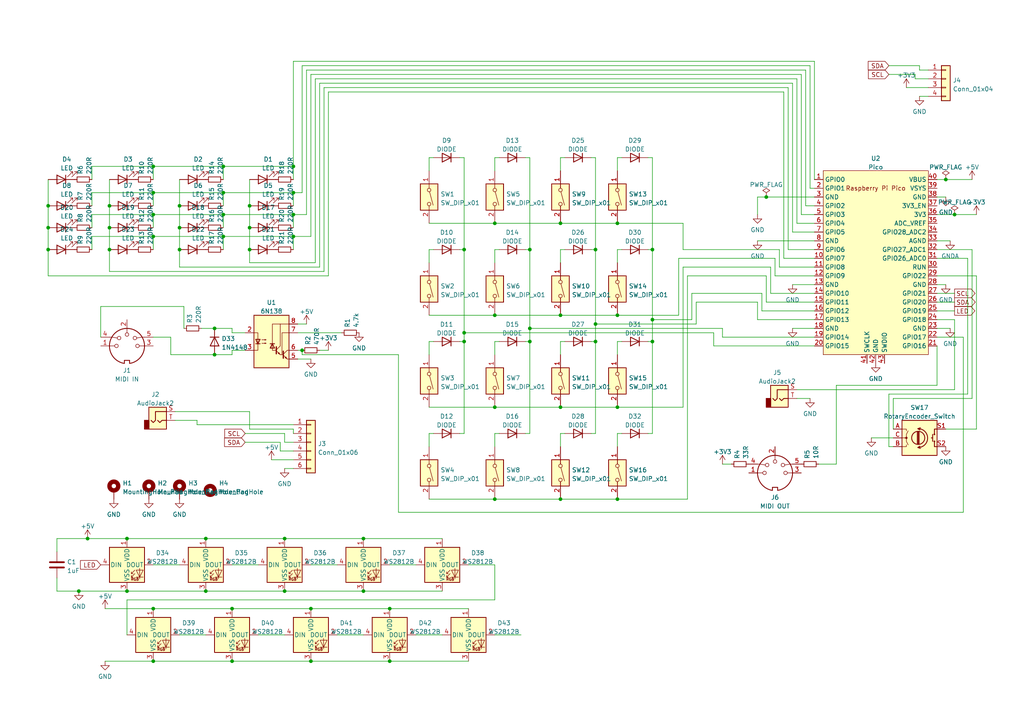
<source format=kicad_sch>
(kicad_sch (version 20211123) (generator eeschema)
  (paper "A4")
  (title_block (title "SEEQ Midi sequencer") (date "2023-02-09") (rev "${VERSION}") (company "Six Pixels"))
  (junction (at 13.97 59.69))
  (junction (at 44.45 191.77))
  (junction (at 85.09 62.23))
  (junction (at 90.17 191.77))
  (junction (at 105.41 171.45))
  (junction (at 13.97 72.39))
  (junction (at 162.56 91.44))
  (junction (at 87.63 101.6))
  (junction (at 85.09 55.88))
  (junction (at 134.62 72.39))
  (junction (at 72.39 72.39))
  (junction (at 134.62 96.52))
  (junction (at 179.07 144.78))
  (junction (at 31.75 66.04))
  (junction (at 31.75 72.39))
  (junction (at 82.55 156.21))
  (junction (at 44.45 68.58))
  (junction (at 44.45 62.23))
  (junction (at 274.32 52.07))
  (junction (at 189.23 72.39))
  (junction (at 25.4 156.21))
  (junction (at 105.41 156.21))
  (junction (at 143.51 64.77))
  (junction (at 82.55 171.45))
  (junction (at 189.23 92.71))
  (junction (at 67.31 176.53))
  (junction (at 179.07 91.44))
  (junction (at 72.39 59.69))
  (junction (at 36.83 156.21))
  (junction (at 172.72 93.98))
  (junction (at 172.72 99.06))
  (junction (at 222.25 57.15))
  (junction (at 59.69 171.45))
  (junction (at 22.86 171.45))
  (junction (at 153.67 99.06))
  (junction (at 52.07 72.39))
  (junction (at 62.23 102.87))
  (junction (at 162.56 118.11))
  (junction (at 64.77 68.58))
  (junction (at 90.17 176.53))
  (junction (at 67.31 191.77))
  (junction (at 179.07 64.77))
  (junction (at 153.67 95.25))
  (junction (at 276.86 62.23))
  (junction (at 113.03 191.77))
  (junction (at 64.77 55.88))
  (junction (at 44.45 55.88))
  (junction (at 143.51 144.78))
  (junction (at 113.03 176.53))
  (junction (at 13.97 66.04))
  (junction (at 143.51 118.11))
  (junction (at 143.51 91.44))
  (junction (at 52.07 66.04))
  (junction (at 59.69 156.21))
  (junction (at 162.56 144.78))
  (junction (at 153.67 72.39))
  (junction (at 62.23 95.25))
  (junction (at 179.07 118.11))
  (junction (at 85.09 48.26))
  (junction (at 64.77 48.26))
  (junction (at 44.45 48.26))
  (junction (at 134.62 99.06))
  (junction (at 172.72 72.39))
  (junction (at 85.09 68.58))
  (junction (at 31.75 59.69))
  (junction (at 72.39 66.04))
  (junction (at 189.23 99.06))
  (junction (at 36.83 171.45))
  (junction (at 44.45 176.53))
  (junction (at 52.07 59.69))
  (junction (at 162.56 64.77))
  (junction (at 64.77 62.23))
  (wire (pts (xy 85.09 123.19) (xy 57.15 123.19)))
  (wire (pts (xy 143.51 91.44) (xy 162.56 91.44)))
  (wire (pts (xy 196.85 91.44) (xy 179.07 91.44)))
  (wire (pts (xy 44.45 62.23) (xy 44.45 66.04)))
  (wire (pts (xy 26.67 48.26) (xy 44.45 48.26)))
  (wire (pts (xy 269.24 22.86) (xy 265.43 22.86)))
  (wire (pts (xy 120.65 184.15) (xy 128.27 184.15)))
  (wire (pts (xy 143.51 45.72) (xy 143.51 49.53)))
  (wire (pts (xy 93.98 25.4) (xy 93.98 78.74)))
  (wire (pts (xy 274.32 52.07) (xy 281.94 52.07)))
  (wire (pts (xy 134.62 45.72) (xy 134.62 72.39)))
  (wire (pts (xy 64.77 48.26) (xy 64.77 52.07)))
  (wire (pts (xy 257.81 129.54) (xy 257.81 114.3)))
  (wire (pts (xy 86.36 93.98) (xy 88.9 93.98)))
  (wire (pts (xy 162.56 118.11) (xy 179.07 118.11)))
  (wire (pts (xy 207.01 96.52) (xy 134.62 96.52)))
  (wire (pts (xy 52.07 77.47) (xy 52.07 72.39)))
  (wire (pts (xy 269.24 20.32) (xy 266.7 20.32)))
  (wire (pts (xy 143.51 144.78) (xy 162.56 144.78)))
  (wire (pts (xy 30.48 176.53) (xy 44.45 176.53)))
  (wire (pts (xy 232.41 21.59) (xy 232.41 62.23)))
  (wire (pts (xy 67.31 163.83) (xy 74.93 163.83)))
  (wire (pts (xy 236.22 90.17) (xy 220.98 90.17)))
  (wire (pts (xy 257.81 19.05) (xy 266.7 19.05)))
  (wire (pts (xy 85.09 55.88) (xy 87.63 55.88)))
  (wire (pts (xy 223.52 85.09) (xy 223.52 77.47)))
  (wire (pts (xy 82.55 125.73) (xy 71.12 125.73)))
  (wire (pts (xy 236.22 69.85) (xy 219.71 69.85)))
  (wire (pts (xy 67.31 176.53) (xy 90.17 176.53)))
  (wire (pts (xy 223.52 77.47) (xy 198.12 77.47)))
  (wire (pts (xy 16.51 160.02) (xy 16.51 156.21)))
  (wire (pts (xy 64.77 55.88) (xy 85.09 55.88)))
  (wire (pts (xy 49.53 102.87) (xy 49.53 97.79)))
  (wire (pts (xy 271.78 57.15) (xy 274.32 57.15)))
  (wire (pts (xy 133.35 72.39) (xy 134.62 72.39)))
  (wire (pts (xy 236.22 54.61) (xy 234.95 54.61)))
  (wire (pts (xy 242.57 111.76) (xy 242.57 134.62)))
  (wire (pts (xy 259.08 124.46) (xy 259.08 115.57)))
  (wire (pts (xy 113.03 163.83) (xy 120.65 163.83)))
  (wire (pts (xy 115.57 102.87) (xy 115.57 148.59)))
  (wire (pts (xy 74.93 184.15) (xy 82.55 184.15)))
  (wire (pts (xy 162.56 125.73) (xy 163.83 125.73)))
  (wire (pts (xy 162.56 45.72) (xy 162.56 49.53)))
  (wire (pts (xy 236.22 64.77) (xy 231.14 64.77)))
  (wire (pts (xy 64.77 62.23) (xy 64.77 66.04)))
  (wire (pts (xy 226.06 72.39) (xy 198.12 72.39)))
  (wire (pts (xy 236.22 17.78) (xy 236.22 52.07)))
  (wire (pts (xy 143.51 125.73) (xy 143.51 129.54)))
  (wire (pts (xy 231.14 113.03) (xy 276.86 113.03)))
  (wire (pts (xy 143.51 173.99) (xy 36.83 173.99)))
  (wire (pts (xy 85.09 125.73) (xy 85.09 124.46)))
  (wire (pts (xy 236.22 97.79) (xy 209.55 97.79)))
  (wire (pts (xy 86.36 96.52) (xy 99.06 96.52)))
  (wire (pts (xy 52.07 66.04) (xy 52.07 72.39)))
  (wire (pts (xy 226.06 77.47) (xy 226.06 72.39)))
  (wire (pts (xy 85.09 68.58) (xy 90.17 68.58)))
  (wire (pts (xy 49.53 97.79) (xy 44.45 97.79)))
  (wire (pts (xy 53.34 95.25) (xy 53.34 88.9)))
  (wire (pts (xy 26.67 55.88) (xy 44.45 55.88)))
  (wire (pts (xy 143.51 64.77) (xy 162.56 64.77)))
  (wire (pts (xy 187.96 125.73) (xy 189.23 125.73)))
  (wire (pts (xy 31.75 66.04) (xy 31.75 72.39)))
  (wire (pts (xy 87.63 19.05) (xy 87.63 55.88)))
  (wire (pts (xy 227.33 26.67) (xy 227.33 74.93)))
  (wire (pts (xy 88.9 20.32) (xy 233.68 20.32)))
  (wire (pts (xy 201.93 87.63) (xy 201.93 93.98)))
  (wire (pts (xy 283.21 80.01) (xy 271.78 80.01)))
  (wire (pts (xy 26.67 48.26) (xy 26.67 52.07)))
  (wire (pts (xy 172.72 99.06) (xy 172.72 125.73)))
  (wire (pts (xy 262.89 25.4) (xy 269.24 25.4)))
  (wire (pts (xy 229.87 82.55) (xy 236.22 82.55)))
  (wire (pts (xy 179.07 99.06) (xy 180.34 99.06)))
  (wire (pts (xy 143.51 99.06) (xy 143.51 102.87)))
  (wire (pts (xy 86.36 104.14) (xy 90.17 104.14)))
  (wire (pts (xy 198.12 118.11) (xy 179.07 118.11)))
  (wire (pts (xy 26.67 62.23) (xy 44.45 62.23)))
  (wire (pts (xy 92.71 101.6) (xy 95.25 101.6)))
  (wire (pts (xy 283.21 124.46) (xy 283.21 80.01)))
  (wire (pts (xy 87.63 102.87) (xy 115.57 102.87)))
  (wire (pts (xy 124.46 118.11) (xy 143.51 118.11)))
  (wire (pts (xy 271.78 62.23) (xy 276.86 62.23)))
  (wire (pts (xy 143.51 72.39) (xy 144.78 72.39)))
  (wire (pts (xy 31.75 59.69) (xy 31.75 66.04)))
  (wire (pts (xy 227.33 26.67) (xy 95.25 26.67)))
  (wire (pts (xy 231.14 22.86) (xy 91.44 22.86)))
  (wire (pts (xy 179.07 99.06) (xy 179.07 102.87)))
  (wire (pts (xy 124.46 91.44) (xy 143.51 91.44)))
  (wire (pts (xy 179.07 45.72) (xy 180.34 45.72)))
  (wire (pts (xy 105.41 156.21) (xy 128.27 156.21)))
  (wire (pts (xy 189.23 92.71) (xy 189.23 99.06)))
  (wire (pts (xy 236.22 77.47) (xy 226.06 77.47)))
  (wire (pts (xy 13.97 66.04) (xy 13.97 72.39)))
  (wire (pts (xy 162.56 64.77) (xy 179.07 64.77)))
  (wire (pts (xy 229.87 24.13) (xy 92.71 24.13)))
  (wire (pts (xy 281.94 72.39) (xy 281.94 115.57)))
  (wire (pts (xy 52.07 52.07) (xy 52.07 59.69)))
  (wire (pts (xy 44.45 68.58) (xy 64.77 68.58)))
  (wire (pts (xy 124.46 72.39) (xy 124.46 76.2)))
  (wire (pts (xy 78.74 133.35) (xy 85.09 133.35)))
  (wire (pts (xy 85.09 128.27) (xy 82.55 128.27)))
  (wire (pts (xy 259.08 129.54) (xy 257.81 129.54)))
  (wire (pts (xy 13.97 59.69) (xy 13.97 66.04)))
  (wire (pts (xy 280.67 74.93) (xy 280.67 114.3)))
  (wire (pts (xy 95.25 26.67) (xy 95.25 80.01)))
  (wire (pts (xy 81.28 130.81) (xy 81.28 128.27)))
  (wire (pts (xy 44.45 48.26) (xy 64.77 48.26)))
  (wire (pts (xy 26.67 68.58) (xy 44.45 68.58)))
  (wire (pts (xy 209.55 97.79) (xy 209.55 95.25)))
  (wire (pts (xy 162.56 99.06) (xy 163.83 99.06)))
  (wire (pts (xy 171.45 72.39) (xy 172.72 72.39)))
  (wire (pts (xy 59.69 156.21) (xy 82.55 156.21)))
  (wire (pts (xy 72.39 59.69) (xy 72.39 66.04)))
  (wire (pts (xy 259.08 115.57) (xy 281.94 115.57)))
  (wire (pts (xy 87.63 101.6) (xy 87.63 102.87)))
  (wire (pts (xy 162.56 91.44) (xy 179.07 91.44)))
  (wire (pts (xy 16.51 167.64) (xy 16.51 171.45)))
  (wire (pts (xy 71.12 101.6) (xy 67.31 101.6)))
  (wire (pts (xy 44.45 191.77) (xy 67.31 191.77)))
  (wire (pts (xy 271.78 87.63) (xy 276.86 87.63)))
  (wire (pts (xy 152.4 99.06) (xy 153.67 99.06)))
  (wire (pts (xy 271.78 52.07) (xy 274.32 52.07)))
  (wire (pts (xy 26.67 55.88) (xy 26.67 59.69)))
  (wire (pts (xy 162.56 72.39) (xy 163.83 72.39)))
  (wire (pts (xy 222.25 87.63) (xy 222.25 80.01)))
  (wire (pts (xy 64.77 68.58) (xy 85.09 68.58)))
  (wire (pts (xy 229.87 95.25) (xy 236.22 95.25)))
  (wire (pts (xy 124.46 45.72) (xy 124.46 49.53)))
  (wire (pts (xy 67.31 191.77) (xy 90.17 191.77)))
  (wire (pts (xy 36.83 156.21) (xy 59.69 156.21)))
  (wire (pts (xy 133.35 125.73) (xy 134.62 125.73)))
  (wire (pts (xy 271.78 90.17) (xy 276.86 90.17)))
  (wire (pts (xy 162.56 144.78) (xy 179.07 144.78)))
  (wire (pts (xy 67.31 101.6) (xy 67.31 102.87)))
  (wire (pts (xy 236.22 72.39) (xy 228.6 72.39)))
  (wire (pts (xy 276.86 92.71) (xy 271.78 92.71)))
  (wire (pts (xy 44.45 55.88) (xy 64.77 55.88)))
  (wire (pts (xy 280.67 74.93) (xy 271.78 74.93)))
  (wire (pts (xy 13.97 52.07) (xy 13.97 59.69)))
  (wire (pts (xy 236.22 100.33) (xy 207.01 100.33)))
  (wire (pts (xy 86.36 101.6) (xy 87.63 101.6)))
  (wire (pts (xy 91.44 76.2) (xy 72.39 76.2)))
  (wire (pts (xy 44.45 48.26) (xy 44.45 52.07)))
  (wire (pts (xy 153.67 95.25) (xy 209.55 95.25)))
  (wire (pts (xy 198.12 64.77) (xy 179.07 64.77)))
  (wire (pts (xy 26.67 62.23) (xy 26.67 66.04)))
  (wire (pts (xy 44.45 176.53) (xy 67.31 176.53)))
  (wire (pts (xy 72.39 124.46) (xy 72.39 119.38)))
  (wire (pts (xy 115.57 148.59) (xy 279.4 148.59)))
  (wire (pts (xy 31.75 78.74) (xy 31.75 72.39)))
  (wire (pts (xy 72.39 66.04) (xy 72.39 72.39)))
  (wire (pts (xy 179.07 72.39) (xy 179.07 76.2)))
  (wire (pts (xy 90.17 191.77) (xy 113.03 191.77)))
  (wire (pts (xy 31.75 52.07) (xy 31.75 59.69)))
  (wire (pts (xy 220.98 85.09) (xy 200.66 85.09)))
  (wire (pts (xy 67.31 102.87) (xy 62.23 102.87)))
  (wire (pts (xy 82.55 156.21) (xy 105.41 156.21)))
  (wire (pts (xy 85.09 130.81) (xy 81.28 130.81)))
  (wire (pts (xy 85.09 17.78) (xy 85.09 48.26)))
  (wire (pts (xy 236.22 67.31) (xy 229.87 67.31)))
  (wire (pts (xy 179.07 125.73) (xy 179.07 129.54)))
  (wire (pts (xy 257.81 114.3) (xy 280.67 114.3)))
  (wire (pts (xy 67.31 95.25) (xy 62.23 95.25)))
  (wire (pts (xy 52.07 184.15) (xy 59.69 184.15)))
  (wire (pts (xy 134.62 96.52) (xy 134.62 99.06)))
  (wire (pts (xy 143.51 184.15) (xy 151.13 184.15)))
  (wire (pts (xy 153.67 95.25) (xy 153.67 99.06)))
  (wire (pts (xy 236.22 59.69) (xy 233.68 59.69)))
  (wire (pts (xy 196.85 74.93) (xy 196.85 91.44)))
  (wire (pts (xy 90.17 163.83) (xy 97.79 163.83)))
  (wire (pts (xy 276.86 113.03) (xy 276.86 92.71)))
  (wire (pts (xy 124.46 72.39) (xy 125.73 72.39)))
  (wire (pts (xy 189.23 99.06) (xy 189.23 125.73)))
  (wire (pts (xy 95.25 80.01) (xy 13.97 80.01)))
  (wire (pts (xy 153.67 99.06) (xy 153.67 125.73)))
  (wire (pts (xy 31.75 78.74) (xy 93.98 78.74)))
  (wire (pts (xy 172.72 45.72) (xy 172.72 72.39)))
  (wire (pts (xy 124.46 99.06) (xy 124.46 102.87)))
  (wire (pts (xy 266.7 20.32) (xy 266.7 19.05)))
  (wire (pts (xy 200.66 85.09) (xy 200.66 92.71)))
  (wire (pts (xy 36.83 173.99) (xy 36.83 184.15)))
  (wire (pts (xy 234.95 54.61) (xy 234.95 19.05)))
  (wire (pts (xy 228.6 25.4) (xy 93.98 25.4)))
  (wire (pts (xy 276.86 62.23) (xy 283.21 62.23)))
  (wire (pts (xy 171.45 45.72) (xy 172.72 45.72)))
  (wire (pts (xy 271.78 82.55) (xy 274.32 82.55)))
  (wire (pts (xy 67.31 96.52) (xy 67.31 95.25)))
  (wire (pts (xy 30.48 191.77) (xy 44.45 191.77)))
  (wire (pts (xy 279.4 97.79) (xy 271.78 97.79)))
  (wire (pts (xy 152.4 125.73) (xy 153.67 125.73)))
  (wire (pts (xy 234.95 19.05) (xy 87.63 19.05)))
  (wire (pts (xy 162.56 125.73) (xy 162.56 129.54)))
  (wire (pts (xy 71.12 96.52) (xy 67.31 96.52)))
  (wire (pts (xy 172.72 93.98) (xy 172.72 99.06)))
  (wire (pts (xy 219.71 57.15) (xy 219.71 62.23)))
  (wire (pts (xy 81.28 128.27) (xy 71.12 128.27)))
  (wire (pts (xy 97.79 184.15) (xy 105.41 184.15)))
  (wire (pts (xy 124.46 64.77) (xy 143.51 64.77)))
  (wire (pts (xy 236.22 80.01) (xy 224.79 80.01)))
  (wire (pts (xy 82.55 171.45) (xy 105.41 171.45)))
  (wire (pts (xy 266.7 27.94) (xy 269.24 27.94)))
  (wire (pts (xy 162.56 72.39) (xy 162.56 76.2)))
  (wire (pts (xy 236.22 74.93) (xy 227.33 74.93)))
  (wire (pts (xy 72.39 52.07) (xy 72.39 59.69)))
  (wire (pts (xy 82.55 128.27) (xy 82.55 125.73)))
  (wire (pts (xy 274.32 124.46) (xy 283.21 124.46)))
  (wire (pts (xy 64.77 62.23) (xy 85.09 62.23)))
  (wire (pts (xy 58.42 95.25) (xy 62.23 95.25)))
  (wire (pts (xy 220.98 90.17) (xy 220.98 85.09)))
  (wire (pts (xy 236.22 17.78) (xy 85.09 17.78)))
  (wire (pts (xy 85.09 48.26) (xy 85.09 52.07)))
  (wire (pts (xy 271.78 95.25) (xy 275.59 95.25)))
  (wire (pts (xy 233.68 20.32) (xy 233.68 59.69)))
  (wire (pts (xy 198.12 72.39) (xy 198.12 64.77)))
  (wire (pts (xy 179.07 45.72) (xy 179.07 49.53)))
  (wire (pts (xy 64.77 68.58) (xy 64.77 72.39)))
  (wire (pts (xy 236.22 57.15) (xy 222.25 57.15)))
  (wire (pts (xy 189.23 72.39) (xy 189.23 92.71)))
  (wire (pts (xy 143.51 72.39) (xy 143.51 76.2)))
  (wire (pts (xy 198.12 77.47) (xy 198.12 118.11)))
  (wire (pts (xy 242.57 134.62) (xy 237.49 134.62)))
  (wire (pts (xy 57.15 121.92) (xy 50.8 121.92)))
  (wire (pts (xy 44.45 68.58) (xy 44.45 72.39)))
  (wire (pts (xy 53.34 88.9) (xy 29.21 88.9)))
  (wire (pts (xy 44.45 55.88) (xy 44.45 59.69)))
  (wire (pts (xy 171.45 125.73) (xy 172.72 125.73)))
  (wire (pts (xy 105.41 171.45) (xy 128.27 171.45)))
  (wire (pts (xy 29.21 88.9) (xy 29.21 97.79)))
  (wire (pts (xy 265.43 22.86) (xy 265.43 21.59)))
  (wire (pts (xy 85.09 55.88) (xy 85.09 59.69)))
  (wire (pts (xy 232.41 21.59) (xy 90.17 21.59)))
  (wire (pts (xy 124.46 45.72) (xy 125.73 45.72)))
  (wire (pts (xy 153.67 72.39) (xy 153.67 95.25)))
  (wire (pts (xy 229.87 24.13) (xy 229.87 67.31)))
  (wire (pts (xy 236.22 87.63) (xy 222.25 87.63)))
  (wire (pts (xy 124.46 125.73) (xy 125.73 125.73)))
  (wire (pts (xy 85.09 62.23) (xy 85.09 66.04)))
  (wire (pts (xy 135.89 163.83) (xy 143.51 163.83)))
  (wire (pts (xy 236.22 85.09) (xy 223.52 85.09)))
  (wire (pts (xy 162.56 45.72) (xy 163.83 45.72)))
  (wire (pts (xy 64.77 55.88) (xy 64.77 59.69)))
  (wire (pts (xy 189.23 92.71) (xy 200.66 92.71)))
  (wire (pts (xy 224.79 80.01) (xy 224.79 74.93)))
  (wire (pts (xy 231.14 22.86) (xy 231.14 64.77)))
  (wire (pts (xy 228.6 25.4) (xy 228.6 72.39)))
  (wire (pts (xy 143.51 45.72) (xy 144.78 45.72)))
  (wire (pts (xy 224.79 74.93) (xy 196.85 74.93)))
  (wire (pts (xy 113.03 176.53) (xy 135.89 176.53)))
  (wire (pts (xy 72.39 76.2) (xy 72.39 72.39)))
  (wire (pts (xy 207.01 100.33) (xy 207.01 96.52)))
  (wire (pts (xy 279.4 97.79) (xy 279.4 148.59)))
  (wire (pts (xy 113.03 191.77) (xy 135.89 191.77)))
  (wire (pts (xy 124.46 125.73) (xy 124.46 129.54)))
  (wire (pts (xy 90.17 176.53) (xy 113.03 176.53)))
  (wire (pts (xy 52.07 59.69) (xy 52.07 66.04)))
  (wire (pts (xy 236.22 62.23) (xy 232.41 62.23)))
  (wire (pts (xy 64.77 48.26) (xy 85.09 48.26)))
  (wire (pts (xy 44.45 163.83) (xy 52.07 163.83)))
  (wire (pts (xy 124.46 144.78) (xy 143.51 144.78)))
  (wire (pts (xy 59.69 171.45) (xy 82.55 171.45)))
  (wire (pts (xy 209.55 134.62) (xy 212.09 134.62)))
  (wire (pts (xy 236.22 92.71) (xy 219.71 92.71)))
  (wire (pts (xy 57.15 123.19) (xy 57.15 121.92)))
  (wire (pts (xy 134.62 72.39) (xy 134.62 96.52)))
  (wire (pts (xy 162.56 99.06) (xy 162.56 102.87)))
  (wire (pts (xy 271.78 85.09) (xy 276.86 85.09)))
  (wire (pts (xy 179.07 72.39) (xy 180.34 72.39)))
  (wire (pts (xy 85.09 62.23) (xy 88.9 62.23)))
  (wire (pts (xy 13.97 80.01) (xy 13.97 72.39)))
  (wire (pts (xy 153.67 45.72) (xy 153.67 72.39)))
  (wire (pts (xy 199.39 144.78) (xy 179.07 144.78)))
  (wire (pts (xy 265.43 21.59) (xy 257.81 21.59)))
  (wire (pts (xy 124.46 99.06) (xy 125.73 99.06)))
  (wire (pts (xy 219.71 87.63) (xy 201.93 87.63)))
  (wire (pts (xy 134.62 99.06) (xy 134.62 125.73)))
  (wire (pts (xy 189.23 45.72) (xy 189.23 72.39)))
  (wire (pts (xy 133.35 99.06) (xy 134.62 99.06)))
  (wire (pts (xy 271.78 69.85) (xy 275.59 69.85)))
  (wire (pts (xy 90.17 21.59) (xy 90.17 68.58)))
  (wire (pts (xy 222.25 80.01) (xy 199.39 80.01)))
  (wire (pts (xy 172.72 72.39) (xy 172.72 93.98)))
  (wire (pts (xy 62.23 102.87) (xy 49.53 102.87)))
  (wire (pts (xy 187.96 99.06) (xy 189.23 99.06)))
  (wire (pts (xy 92.71 24.13) (xy 92.71 77.47)))
  (wire (pts (xy 16.51 156.21) (xy 25.4 156.21)))
  (wire (pts (xy 143.51 163.83) (xy 143.51 173.99)))
  (wire (pts (xy 222.25 57.15) (xy 219.71 57.15)))
  (wire (pts (xy 199.39 80.01) (xy 199.39 144.78)))
  (wire (pts (xy 143.51 118.11) (xy 162.56 118.11)))
  (wire (pts (xy 143.51 99.06) (xy 144.78 99.06)))
  (wire (pts (xy 271.78 111.76) (xy 242.57 111.76)))
  (wire (pts (xy 271.78 100.33) (xy 271.78 111.76)))
  (wire (pts (xy 179.07 125.73) (xy 180.34 125.73)))
  (wire (pts (xy 92.71 77.47) (xy 52.07 77.47)))
  (wire (pts (xy 133.35 45.72) (xy 134.62 45.72)))
  (wire (pts (xy 36.83 171.45) (xy 59.69 171.45)))
  (wire (pts (xy 152.4 72.39) (xy 153.67 72.39)))
  (wire (pts (xy 26.67 68.58) (xy 26.67 72.39)))
  (wire (pts (xy 187.96 45.72) (xy 189.23 45.72)))
  (wire (pts (xy 172.72 93.98) (xy 201.93 93.98)))
  (wire (pts (xy 219.71 92.71) (xy 219.71 87.63)))
  (wire (pts (xy 85.09 68.58) (xy 85.09 72.39)))
  (wire (pts (xy 16.51 171.45) (xy 22.86 171.45)))
  (wire (pts (xy 231.14 115.57) (xy 234.95 115.57)))
  (wire (pts (xy 281.94 72.39) (xy 271.78 72.39)))
  (wire (pts (xy 91.44 22.86) (xy 91.44 76.2)))
  (wire (pts (xy 171.45 99.06) (xy 172.72 99.06)))
  (wire (pts (xy 44.45 62.23) (xy 64.77 62.23)))
  (wire (pts (xy 88.9 20.32) (xy 88.9 62.23)))
  (wire (pts (xy 82.55 135.89) (xy 85.09 135.89)))
  (wire (pts (xy 72.39 119.38) (xy 50.8 119.38)))
  (wire (pts (xy 143.51 125.73) (xy 144.78 125.73)))
  (wire (pts (xy 187.96 72.39) (xy 189.23 72.39)))
  (wire (pts (xy 85.09 124.46) (xy 72.39 124.46)))
  (wire (pts (xy 152.4 45.72) (xy 153.67 45.72)))
  (wire (pts (xy 25.4 156.21) (xy 36.83 156.21)))
  (wire (pts (xy 22.86 171.45) (xy 36.83 171.45)))
  (wire (pts (xy 252.73 127) (xy 259.08 127)))
  (global_label "SCL" (shape input) (at 257.81 21.59 180) (property "Intersheet References" "${INTERSHEET_REFS}" (effects hide)))
  (global_label "SDA" (shape input) (at 71.12 128.27 180) (property "Intersheet References" "${INTERSHEET_REFS}" (effects hide)))
  (global_label "SCL" (shape input) (at 71.12 125.73 180) (property "Intersheet References" "${INTERSHEET_REFS}" (effects hide)))
  (global_label "SCL" (shape output) (at 276.86 85.09 0) (property "Intersheet References" "${INTERSHEET_REFS}" (effects hide)))
  (global_label "LED" (shape output) (at 276.86 90.17 0) (property "Intersheet References" "${INTERSHEET_REFS}" (effects hide)))
  (global_label "SDA" (shape input) (at 257.81 19.05 180) (property "Intersheet References" "${INTERSHEET_REFS}" (effects hide)))
  (global_label "LED" (shape input) (at 29.21 163.83 180) (property "Intersheet References" "${INTERSHEET_REFS}" (effects hide)))
  (global_label "SDA" (shape output) (at 276.86 87.63 0) (property "Intersheet References" "${INTERSHEET_REFS}" (effects hide)))
  (symbol (lib_id "Device:R_Small") (at 82.55 59.69 90) (unit 1)
    (property "Reference" "R19" (at 81.7153 58.1914 0) (effects (justify left)))
    (property "Value" "220R" (at 84.2522 58.1914 0) (effects (justify left)))
    (property "Footprint" "Resistor_THT:R_Axial_DIN0207_L6.3mm_D2.5mm_P10.16mm_Horizontal" (effects hide))
  )
  (symbol (lib_id "Diode:1N4148") (at 184.15 45.72 180) (unit 1)
    (property "Reference" "D29" (at 184.15 40.7502 0))
    (property "Value" "DIODE" (at 184.15 43.2871 0))
    (property "Footprint" "Diode_THT:D_DO-35_SOD27_P7.62mm_Horizontal" (effects hide))
    (property "Datasheet" "https://assets.nexperia.com/documents/data-sheet/1N4148_1N4448.pdf" (effects hide))
  )
  (symbol (lib_id "Device:R_Small") (at 234.95 134.62 90) (unit 1)
    (property "Reference" "R5" (at 234.1153 133.1214 0) (effects (justify left)))
    (property "Value" "10R" (at 236.6522 133.1214 0) (effects (justify left)))
    (property "Footprint" "Resistor_THT:R_Axial_DIN0207_L6.3mm_D2.5mm_P10.16mm_Horizontal" (effects hide))
  )
  (symbol (lib_id "power:GND") (at 254 105.41 0) (unit 1)
    (property "Reference" "#PWR0139" (effects hide))
    (property "Value" "GND" (at 254 109.8534 0))
  )
  (symbol (lib_id "Device:LED") (at 55.88 59.69 180) (unit 1)
    (property "Reference" "D6" (at 57.4675 53.8312 0))
    (property "Value" "LED" (at 57.4675 56.3681 0))
    (property "Footprint" "LED_THT:LED_D5.0mm" (effects hide))
  )
  (symbol (lib_id "LED:WS2812B") (at 105.41 163.83 0) (unit 1)
    (property "Reference" "D37" (at 115.7159 160.3716 0))
    (property "Value" "WS2812B" (at 115.7159 162.9085 0))
    (property "Footprint" "LED_SMD:LED_WS2812B_PLCC4_5.0x5.0mm_P3.2mm" (effects hide))
    (property "Datasheet" "https://cdn-shop.adafruit.com/datasheets/WS2812B.pdf" (effects hide))
  )
  (symbol (lib_id "Device:C") (at 16.51 163.83 0) (unit 1)
    (property "Reference" "C1" (at 19.431 162.9953 0) (effects (justify left)))
    (property "Value" "1uF" (at 19.431 165.5322 0) (effects (justify left)))
    (property "Footprint" "Capacitor_THT:C_Disc_D5.0mm_W2.5mm_P5.00mm" (effects hide))
  )
  (symbol (lib_id "LED:WS2812B") (at 67.31 184.15 0) (unit 1)
    (property "Reference" "D40" (at 77.6159 180.6916 0))
    (property "Value" "WS2812B" (at 77.6159 183.2285 0))
    (property "Footprint" "LED_SMD:LED_WS2812B_PLCC4_5.0x5.0mm_P3.2mm" (effects hide))
    (property "Datasheet" "https://cdn-shop.adafruit.com/datasheets/WS2812B.pdf" (effects hide))
  )
  (symbol (lib_id "Diode:1N4148") (at 129.54 72.39 180) (unit 1)
    (property "Reference" "D10" (at 129.54 67.4202 0))
    (property "Value" "DIODE" (at 129.54 69.9571 0))
    (property "Footprint" "Diode_THT:D_DO-35_SOD27_P7.62mm_Horizontal" (effects hide))
    (property "Datasheet" "https://assets.nexperia.com/documents/data-sheet/1N4148_1N4448.pdf" (effects hide))
  )
  (symbol (lib_id "Device:LED") (at 35.56 66.04 180) (unit 1)
    (property "Reference" "D19" (at 37.1475 60.1812 0))
    (property "Value" "LED" (at 37.1475 62.7181 0))
    (property "Footprint" "LED_THT:LED_D5.0mm" (effects hide))
  )
  (symbol (lib_id "power:GND") (at 219.71 62.23 0) (unit 1)
    (property "Reference" "#PWR0102" (effects hide))
    (property "Value" "GND" (at 219.71 66.6734 0))
  )
  (symbol (lib_id "Diode:1N4148") (at 148.59 99.06 180) (unit 1)
    (property "Reference" "D15" (at 148.59 94.0902 0))
    (property "Value" "DIODE" (at 148.59 96.6271 0))
    (property "Footprint" "Diode_THT:D_DO-35_SOD27_P7.62mm_Horizontal" (effects hide))
    (property "Datasheet" "https://assets.nexperia.com/documents/data-sheet/1N4148_1N4448.pdf" (effects hide))
  )
  (symbol (lib_id "Diode:1N4148") (at 167.64 45.72 180) (unit 1)
    (property "Reference" "D25" (at 167.64 40.7502 0))
    (property "Value" "DIODE" (at 167.64 43.2871 0))
    (property "Footprint" "Diode_THT:D_DO-35_SOD27_P7.62mm_Horizontal" (effects hide))
    (property "Datasheet" "https://assets.nexperia.com/documents/data-sheet/1N4148_1N4448.pdf" (effects hide))
  )
  (symbol (lib_id "power:PWR_FLAG") (at 276.86 62.23 0) (unit 1)
    (property "Reference" "#FLG0102" (effects hide))
    (property "Value" "PWR_FLAG" (at 276.86 58.6542 0))
  )
  (symbol (lib_id "power:GND") (at 252.73 127 0) (unit 1)
    (property "Reference" "#PWR0109" (effects hide))
    (property "Value" "GND" (at 252.73 131.4434 0))
  )
  (symbol (lib_id "Connector_Generic:Conn_01x04") (at 274.32 22.86 0) (unit 1)
    (property "Reference" "J4" (at 276.352 23.2953 0) (effects (justify left)))
    (property "Value" "Conn_01x04" (at 276.352 25.8322 0) (effects (justify left)))
    (property "Footprint" "Connector_PinSocket_2.54mm:PinSocket_1x04_P2.54mm_Vertical" (effects hide))
  )
  (symbol (lib_id "power:+5V") (at 78.74 133.35 0) (unit 1)
    (property "Reference" "#PWR0120" (effects hide))
    (property "Value" "+5V" (at 78.74 129.7742 0))
  )
  (symbol (lib_id "power:GND") (at 30.48 191.77 0) (unit 1)
    (property "Reference" "#PWR0125" (effects hide))
    (property "Value" "GND" (at 30.48 196.2134 0))
  )
  (symbol (lib_id "Diode:1N4148") (at 184.15 125.73 180) (unit 1)
    (property "Reference" "D32" (at 184.15 120.7602 0))
    (property "Value" "DIODE" (at 184.15 123.2971 0))
    (property "Footprint" "Diode_THT:D_DO-35_SOD27_P7.62mm_Horizontal" (effects hide))
    (property "Datasheet" "https://assets.nexperia.com/documents/data-sheet/1N4148_1N4448.pdf" (effects hide))
  )
  (symbol (lib_id "Device:R_Small") (at 24.13 52.07 90) (unit 1)
    (property "Reference" "R6" (at 23.2953 50.5714 0) (effects (justify left)))
    (property "Value" "220R" (at 25.8322 50.5714 0) (effects (justify left)))
    (property "Footprint" "Resistor_THT:R_Axial_DIN0207_L6.3mm_D2.5mm_P10.16mm_Horizontal" (effects hide))
  )
  (symbol (lib_id "Mechanical:MountingHole_Pad") (at 43.18 142.24 0) (unit 1)
    (property "Reference" "H2" (at 45.72 140.1353 0) (effects (justify left)))
    (property "Value" "MountingHole_Pad" (at 45.72 142.6722 0) (effects (justify left)))
    (property "Footprint" "MountingHole:MountingHole_3.2mm_M3_Pad" (effects hide))
  )
  (symbol (lib_id "power:GND") (at 266.7 27.94 0) (unit 1)
    (property "Reference" "#PWR0118" (effects hide))
    (property "Value" "GND" (at 266.7 32.3834 0))
  )
  (symbol (lib_id "Device:R_Small") (at 214.63 134.62 90) (unit 1)
    (property "Reference" "R4" (at 213.7953 133.1214 0) (effects (justify left)))
    (property "Value" "33R" (at 216.3322 133.1214 0) (effects (justify left)))
    (property "Footprint" "Resistor_THT:R_Axial_DIN0207_L6.3mm_D2.5mm_P10.16mm_Horizontal" (effects hide))
  )
  (symbol (lib_id "power:GND") (at 43.18 144.78 0) (unit 1)
    (property "Reference" "#PWR0137" (effects hide))
    (property "Value" "GND" (at 43.18 149.2234 0))
  )
  (symbol (lib_id "power:+5V") (at 88.9 93.98 0) (unit 1)
    (property "Reference" "#PWR0113" (effects hide))
    (property "Value" "+5V" (at 88.9 90.4042 0))
  )
  (symbol (lib_id "Device:R_Small") (at 62.23 72.39 90) (unit 1)
    (property "Reference" "R17" (at 61.3953 70.8914 0) (effects (justify left)))
    (property "Value" "220R" (at 63.9322 70.8914 0) (effects (justify left)))
    (property "Footprint" "Resistor_THT:R_Axial_DIN0207_L6.3mm_D2.5mm_P10.16mm_Horizontal" (effects hide))
  )
  (symbol (lib_id "power:GND") (at 274.32 129.54 0) (unit 1)
    (property "Reference" "#PWR0108" (effects hide))
    (property "Value" "GND" (at 274.32 133.9834 0))
  )
  (symbol (lib_id "LED:WS2812B") (at 59.69 163.83 0) (unit 1)
    (property "Reference" "D35" (at 69.9959 160.3716 0))
    (property "Value" "WS2812B" (at 69.9959 162.9085 0))
    (property "Footprint" "LED_SMD:LED_WS2812B_PLCC4_5.0x5.0mm_P3.2mm" (effects hide))
    (property "Datasheet" "https://cdn-shop.adafruit.com/datasheets/WS2812B.pdf" (effects hide))
  )
  (symbol (lib_id "Device:R_Small") (at 101.6 96.52 90) (unit 1)
    (property "Reference" "R1" (at 100.7653 95.0214 0) (effects (justify left)))
    (property "Value" "4.7k" (at 103.3022 95.0214 0) (effects (justify left)))
    (property "Footprint" "Resistor_THT:R_Axial_DIN0207_L6.3mm_D2.5mm_P10.16mm_Horizontal" (effects hide))
  )
  (symbol (lib_id "power:GND") (at 274.32 82.55 0) (unit 1)
    (property "Reference" "#PWR0106" (effects hide))
    (property "Value" "GND" (at 274.32 86.9934 0))
  )
  (symbol (lib_id "Diode:1N4148") (at 148.59 72.39 180) (unit 1)
    (property "Reference" "D14" (at 148.59 67.4202 0))
    (property "Value" "DIODE" (at 148.59 69.9571 0))
    (property "Footprint" "Diode_THT:D_DO-35_SOD27_P7.62mm_Horizontal" (effects hide))
    (property "Datasheet" "https://assets.nexperia.com/documents/data-sheet/1N4148_1N4448.pdf" (effects hide))
  )
  (symbol (lib_id "Diode:1N4148") (at 129.54 125.73 180) (unit 1)
    (property "Reference" "D12" (at 129.54 120.7602 0))
    (property "Value" "DIODE" (at 129.54 123.2971 0))
    (property "Footprint" "Diode_THT:D_DO-35_SOD27_P7.62mm_Horizontal" (effects hide))
    (property "Datasheet" "https://assets.nexperia.com/documents/data-sheet/1N4148_1N4448.pdf" (effects hide))
  )
  (symbol (lib_id "Switch:SW_DIP_x01") (at 124.46 110.49 270) (unit 1)
    (property "Reference" "SW3" (at 127.762 109.6553 90) (effects (justify left)))
    (property "Value" "SW_DIP_x01" (at 127.762 112.1922 90) (effects (justify left)))
    (property "Footprint" "Switch_Keyboard_Cherry_MX:SW_Cherry_MX_PCB_1.00u" (effects hide))
  )
  (symbol (lib_id "Device:LED") (at 35.56 59.69 180) (unit 1)
    (property "Reference" "D7" (at 37.1475 53.8312 0))
    (property "Value" "LED" (at 37.1475 56.3681 0))
    (property "Footprint" "LED_THT:LED_D5.0mm" (effects hide))
  )
  (symbol (lib_id "LED:WS2812B") (at 44.45 184.15 0) (unit 1)
    (property "Reference" "D39" (at 54.7559 180.6916 0))
    (property "Value" "WS2812B" (at 54.7559 183.2285 0))
    (property "Footprint" "LED_SMD:LED_WS2812B_PLCC4_5.0x5.0mm_P3.2mm" (effects hide))
    (property "Datasheet" "https://cdn-shop.adafruit.com/datasheets/WS2812B.pdf" (effects hide))
  )
  (symbol (lib_id "Device:LED") (at 17.78 59.69 180) (unit 1)
    (property "Reference" "D8" (at 19.3675 53.8312 0))
    (property "Value" "LED" (at 19.3675 56.3681 0))
    (property "Footprint" "LED_THT:LED_D5.0mm" (effects hide))
  )
  (symbol (lib_id "Device:LED") (at 76.2 66.04 180) (unit 1)
    (property "Reference" "D17" (at 77.7875 60.1812 0))
    (property "Value" "LED" (at 77.7875 62.7181 0))
    (property "Footprint" "LED_THT:LED_D5.0mm" (effects hide))
  )
  (symbol (lib_id "power:+3V3") (at 262.89 25.4 0) (unit 1)
    (property "Reference" "#PWR0117" (effects hide))
    (property "Value" "+3V3" (at 262.89 21.8242 0))
  )
  (symbol (lib_id "Device:R_Small") (at 82.55 72.39 90) (unit 1)
    (property "Reference" "R21" (at 81.7153 70.8914 0) (effects (justify left)))
    (property "Value" "220R" (at 84.2522 70.8914 0) (effects (justify left)))
    (property "Footprint" "Resistor_THT:R_Axial_DIN0207_L6.3mm_D2.5mm_P10.16mm_Horizontal" (effects hide))
  )
  (symbol (lib_id "Diode:1N4148") (at 129.54 99.06 180) (unit 1)
    (property "Reference" "D11" (at 129.54 94.0902 0))
    (property "Value" "DIODE" (at 129.54 96.6271 0))
    (property "Footprint" "Diode_THT:D_DO-35_SOD27_P7.62mm_Horizontal" (effects hide))
    (property "Datasheet" "https://assets.nexperia.com/documents/data-sheet/1N4148_1N4448.pdf" (effects hide))
  )
  (symbol (lib_id "power:GND") (at 52.07 144.78 0) (unit 1)
    (property "Reference" "#PWR0136" (effects hide))
    (property "Value" "GND" (at 52.07 149.2234 0))
  )
  (symbol (lib_id "Device:R_Small") (at 41.91 59.69 90) (unit 1)
    (property "Reference" "R11" (at 41.0753 58.1914 0) (effects (justify left)))
    (property "Value" "220R" (at 43.6122 58.1914 0) (effects (justify left)))
    (property "Footprint" "Resistor_THT:R_Axial_DIN0207_L6.3mm_D2.5mm_P10.16mm_Horizontal" (effects hide))
  )
  (symbol (lib_id "Switch:SW_DIP_x01") (at 124.46 83.82 270) (unit 1)
    (property "Reference" "SW2" (at 127.762 82.9853 90) (effects (justify left)))
    (property "Value" "SW_DIP_x01" (at 127.762 85.5222 90) (effects (justify left)))
    (property "Footprint" "Switch_Keyboard_Cherry_MX:SW_Cherry_MX_PCB_1.00u" (effects hide))
  )
  (symbol (lib_id "power:+5V") (at 281.94 52.07 0) (unit 1)
    (property "Reference" "#PWR0114" (effects hide))
    (property "Value" "+5V" (at 281.94 48.4942 0))
  )
  (symbol (lib_id "Device:R_Small") (at 41.91 72.39 90) (unit 1)
    (property "Reference" "R13" (at 41.0753 70.8914 0) (effects (justify left)))
    (property "Value" "220R" (at 43.6122 70.8914 0) (effects (justify left)))
    (property "Footprint" "Resistor_THT:R_Axial_DIN0207_L6.3mm_D2.5mm_P10.16mm_Horizontal" (effects hide))
  )
  (symbol (lib_id "MCU_RaspberryPi_and_Boards:Pico") (at 254 76.2 0) (unit 1)
    (property "Reference" "U2" (at 254 45.9572 0))
    (property "Value" "Pico" (at 254 48.4941 0))
    (property "Footprint" "MCU_RaspberryPi_and_Boards:RPi_Pico_SMD_TH" (effects hide))
  )
  (symbol (lib_id "Device:RotaryEncoder_Switch") (at 266.7 127 0) (unit 1)
    (property "Reference" "SW17" (at 266.7 118.2202 0))
    (property "Value" "RotaryEncoder_Switch" (at 266.7 120.7571 0))
    (property "Footprint" "Rotary_Encoder:RotaryEncoder_Alps_EC11E-Switch_Vertical_H20mm" (effects hide))
  )
  (symbol (lib_id "Device:R_Small") (at 82.55 52.07 90) (unit 1)
    (property "Reference" "R18" (at 81.7153 50.5714 0) (effects (justify left)))
    (property "Value" "220R" (at 84.2522 50.5714 0) (effects (justify left)))
    (property "Footprint" "Resistor_THT:R_Axial_DIN0207_L6.3mm_D2.5mm_P10.16mm_Horizontal" (effects hide))
  )
  (symbol (lib_id "Connector:DIN-5_180degree") (at 36.83 100.33 0) (unit 1)
    (property "Reference" "J1" (at 36.8301 107.4404 0))
    (property "Value" "MIDI IN" (at 36.8301 109.9773 0))
    (property "Footprint" "w_conn_av:din-5" (effects hide))
    (property "Datasheet" "http://www.mouser.com/ds/2/18/40_c091_abd_e-75918.pdf" (effects hide))
  )
  (symbol (lib_id "Switch:SW_DIP_x01") (at 124.46 57.15 270) (unit 1)
    (property "Reference" "SW1" (at 127.762 56.3153 90) (effects (justify left)))
    (property "Value" "SW_DIP_x01" (at 127.762 58.8522 90) (effects (justify left)))
    (property "Footprint" "Switch_Keyboard_Cherry_MX:SW_Cherry_MX_PCB_1.00u" (effects hide))
  )
  (symbol (lib_id "Diode:1N4148") (at 167.64 72.39 180) (unit 1)
    (property "Reference" "D26" (at 167.64 67.4202 0))
    (property "Value" "DIODE" (at 167.64 69.9571 0))
    (property "Footprint" "Diode_THT:D_DO-35_SOD27_P7.62mm_Horizontal" (effects hide))
    (property "Datasheet" "https://assets.nexperia.com/documents/data-sheet/1N4148_1N4448.pdf" (effects hide))
  )
  (symbol (lib_id "power:GND") (at 33.02 144.78 0) (unit 1)
    (property "Reference" "#PWR0134" (effects hide))
    (property "Value" "GND" (at 33.02 149.2234 0))
  )
  (symbol (lib_id "power:GND") (at 90.17 104.14 0) (unit 1)
    (property "Reference" "#PWR0110" (effects hide))
    (property "Value" "GND" (at 90.17 108.5834 0))
  )
  (symbol (lib_id "Switch:SW_DIP_x01") (at 179.07 110.49 270) (unit 1)
    (property "Reference" "SW15" (at 182.372 109.6553 90) (effects (justify left)))
    (property "Value" "SW_DIP_x01" (at 182.372 112.1922 90) (effects (justify left)))
    (property "Footprint" "Switch_Keyboard_Cherry_MX:SW_Cherry_MX_PCB_1.00u" (effects hide))
  )
  (symbol (lib_id "Device:LED") (at 55.88 72.39 180) (unit 1)
    (property "Reference" "D22" (at 57.4675 66.5312 0))
    (property "Value" "LED" (at 57.4675 69.0681 0))
    (property "Footprint" "LED_THT:LED_D5.0mm" (effects hide))
  )
  (symbol (lib_id "power:GND") (at 229.87 82.55 0) (unit 1)
    (property "Reference" "#PWR0101" (effects hide))
    (property "Value" "GND" (at 229.87 86.9934 0))
  )
  (symbol (lib_id "LED:WS2812B") (at 82.55 163.83 0) (unit 1)
    (property "Reference" "D36" (at 92.8559 160.3716 0))
    (property "Value" "WS2812B" (at 92.8559 162.9085 0))
    (property "Footprint" "LED_SMD:LED_WS2812B_PLCC4_5.0x5.0mm_P3.2mm" (effects hide))
    (property "Datasheet" "https://cdn-shop.adafruit.com/datasheets/WS2812B.pdf" (effects hide))
  )
  (symbol (lib_id "Device:LED") (at 76.2 59.69 180) (unit 1)
    (property "Reference" "D5" (at 77.7875 53.8312 0))
    (property "Value" "LED" (at 77.7875 56.3681 0))
    (property "Footprint" "LED_THT:LED_D5.0mm" (effects hide))
  )
  (symbol (lib_id "LED:WS2812B") (at 90.17 184.15 0) (unit 1)
    (property "Reference" "D41" (at 100.4759 180.6916 0))
    (property "Value" "WS2812B" (at 100.4759 183.2285 0))
    (property "Footprint" "LED_SMD:LED_WS2812B_PLCC4_5.0x5.0mm_P3.2mm" (effects hide))
    (property "Datasheet" "https://cdn-shop.adafruit.com/datasheets/WS2812B.pdf" (effects hide))
  )
  (symbol (lib_id "power:GND") (at 22.86 171.45 0) (unit 1)
    (property "Reference" "#PWR0121" (effects hide))
    (property "Value" "GND" (at 22.86 175.8934 0))
  )
  (symbol (lib_id "Device:LED") (at 35.56 52.07 180) (unit 1)
    (property "Reference" "D3" (at 37.1475 46.2112 0))
    (property "Value" "LED" (at 37.1475 48.7481 0))
    (property "Footprint" "LED_THT:LED_D5.0mm" (effects hide))
  )
  (symbol (lib_id "power:+3V3") (at 209.55 134.62 0) (unit 1)
    (property "Reference" "#PWR0138" (effects hide))
    (property "Value" "+3V3" (at 209.55 131.0442 0))
  )
  (symbol (lib_id "Device:LED") (at 55.88 52.07 180) (unit 1)
    (property "Reference" "D2" (at 57.4675 46.2112 0))
    (property "Value" "LED" (at 57.4675 48.7481 0))
    (property "Footprint" "LED_THT:LED_D5.0mm" (effects hide))
  )
  (symbol (lib_id "LED:WS2812B") (at 113.03 184.15 0) (unit 1)
    (property "Reference" "D42" (at 123.3359 180.6916 0))
    (property "Value" "WS2812B" (at 123.3359 183.2285 0))
    (property "Footprint" "LED_SMD:LED_WS2812B_PLCC4_5.0x5.0mm_P3.2mm" (effects hide))
    (property "Datasheet" "https://cdn-shop.adafruit.com/datasheets/WS2812B.pdf" (effects hide))
  )
  (symbol (lib_id "Connector:DIN-5_180degree") (at 224.79 137.16 0) (unit 1)
    (property "Reference" "J6" (at 224.7901 144.2704 0))
    (property "Value" "MIDI OUT" (at 224.7901 146.8073 0))
    (property "Footprint" "w_conn_av:din-5" (effects hide))
    (property "Datasheet" "http://www.mouser.com/ds/2/18/40_c091_abd_e-75918.pdf" (effects hide))
  )
  (symbol (lib_id "Switch:SW_DIP_x01") (at 143.51 57.15 270) (unit 1)
    (property "Reference" "SW5" (at 146.812 56.3153 90) (effects (justify left)))
    (property "Value" "SW_DIP_x01" (at 146.812 58.8522 90) (effects (justify left)))
    (property "Footprint" "Switch_Keyboard_Cherry_MX:SW_Cherry_MX_PCB_1.00u" (effects hide))
  )
  (symbol (lib_id "Mechanical:MountingHole") (at 60.96 142.24 0) (unit 1)
    (property "Reference" "H4" (at 63.5 140.1353 0) (effects (justify left)))
    (property "Value" "MountingHole" (at 63.5 142.6722 0) (effects (justify left)))
    (property "Footprint" "MountingHole:MountingHole_3.2mm_M3" (effects hide))
  )
  (symbol (lib_id "Device:R_Small") (at 24.13 66.04 90) (unit 1)
    (property "Reference" "R8" (at 23.2953 64.5414 0) (effects (justify left)))
    (property "Value" "220R" (at 25.8322 64.5414 0) (effects (justify left)))
    (property "Footprint" "Resistor_THT:R_Axial_DIN0207_L6.3mm_D2.5mm_P10.16mm_Horizontal" (effects hide))
  )
  (symbol (lib_id "Device:LED") (at 17.78 52.07 180) (unit 1)
    (property "Reference" "D4" (at 19.3675 46.2112 0))
    (property "Value" "LED" (at 19.3675 48.7481 0))
    (property "Footprint" "LED_THT:LED_D5.0mm" (effects hide))
  )
  (symbol (lib_id "Switch:SW_DIP_x01") (at 143.51 83.82 270) (unit 1)
    (property "Reference" "SW6" (at 146.812 82.9853 90) (effects (justify left)))
    (property "Value" "SW_DIP_x01" (at 146.812 85.5222 90) (effects (justify left)))
    (property "Footprint" "Switch_Keyboard_Cherry_MX:SW_Cherry_MX_PCB_1.00u" (effects hide))
  )
  (symbol (lib_id "Device:R_Small") (at 82.55 66.04 90) (unit 1)
    (property "Reference" "R20" (at 81.7153 64.5414 0) (effects (justify left)))
    (property "Value" "220R" (at 84.2522 64.5414 0) (effects (justify left)))
    (property "Footprint" "Resistor_THT:R_Axial_DIN0207_L6.3mm_D2.5mm_P10.16mm_Horizontal" (effects hide))
  )
  (symbol (lib_id "Diode:1N4148") (at 184.15 99.06 180) (unit 1)
    (property "Reference" "D31" (at 184.15 94.0902 0))
    (property "Value" "DIODE" (at 184.15 96.6271 0))
    (property "Footprint" "Diode_THT:D_DO-35_SOD27_P7.62mm_Horizontal" (effects hide))
    (property "Datasheet" "https://assets.nexperia.com/documents/data-sheet/1N4148_1N4448.pdf" (effects hide))
  )
  (symbol (lib_id "power:GND") (at 234.95 115.57 0) (unit 1)
    (property "Reference" "#PWR0124" (effects hide))
    (property "Value" "GND" (at 234.95 120.0134 0))
  )
  (symbol (lib_id "Switch:SW_DIP_x01") (at 179.07 83.82 270) (unit 1)
    (property "Reference" "SW14" (at 182.372 82.9853 90) (effects (justify left)))
    (property "Value" "SW_DIP_x01" (at 182.372 85.5222 90) (effects (justify left)))
    (property "Footprint" "Switch_Keyboard_Cherry_MX:SW_Cherry_MX_PCB_1.00u" (effects hide))
  )
  (symbol (lib_id "Device:LED") (at 17.78 66.04 180) (unit 1)
    (property "Reference" "D20" (at 19.3675 60.1812 0))
    (property "Value" "LED" (at 19.3675 62.7181 0))
    (property "Footprint" "LED_THT:LED_D5.0mm" (effects hide))
  )
  (symbol (lib_id "Diode:1N4148") (at 62.23 99.06 270) (unit 1)
    (property "Reference" "D33" (at 64.262 98.2253 90) (effects (justify left)))
    (property "Value" "1N4148" (at 64.262 100.7622 90) (effects (justify left)))
    (property "Footprint" "Diode_THT:D_DO-35_SOD27_P7.62mm_Horizontal" (effects hide))
    (property "Datasheet" "https://assets.nexperia.com/documents/data-sheet/1N4148_1N4448.pdf" (effects hide))
  )
  (symbol (lib_id "Diode:1N4148") (at 184.15 72.39 180) (unit 1)
    (property "Reference" "D30" (at 184.15 67.4202 0))
    (property "Value" "DIODE" (at 184.15 69.9571 0))
    (property "Footprint" "Diode_THT:D_DO-35_SOD27_P7.62mm_Horizontal" (effects hide))
    (property "Datasheet" "https://assets.nexperia.com/documents/data-sheet/1N4148_1N4448.pdf" (effects hide))
  )
  (symbol (lib_id "Switch:SW_DIP_x01") (at 162.56 57.15 270) (unit 1)
    (property "Reference" "SW9" (at 165.862 56.3153 90) (effects (justify left)))
    (property "Value" "SW_DIP_x01" (at 165.862 58.8522 90) (effects (justify left)))
    (property "Footprint" "Switch_Keyboard_Cherry_MX:SW_Cherry_MX_PCB_1.00u" (effects hide))
  )
  (symbol (lib_id "Device:LED") (at 55.88 66.04 180) (unit 1)
    (property "Reference" "D18" (at 57.4675 60.1812 0))
    (property "Value" "LED" (at 57.4675 62.7181 0))
    (property "Footprint" "LED_THT:LED_D5.0mm" (effects hide))
  )
  (symbol (lib_id "power:PWR_FLAG") (at 222.25 57.15 0) (unit 1)
    (property "Reference" "#FLG0101" (effects hide))
    (property "Value" "PWR_FLAG" (at 222.25 53.5742 0))
  )
  (symbol (lib_id "power:+5V") (at 25.4 156.21 0) (unit 1)
    (property "Reference" "#PWR0122" (effects hide))
    (property "Value" "+5V" (at 25.4 152.6342 0))
  )
  (symbol (lib_id "Isolator:6N138") (at 78.74 99.06 0) (unit 1)
    (property "Reference" "U1" (at 78.74 87.7402 0))
    (property "Value" "6N138" (at 78.74 90.2771 0))
    (property "Footprint" "Package_DIP:DIP-8_W7.62mm" (effects hide))
    (property "Datasheet" "http://www.onsemi.com/pub/Collateral/HCPL2731-D.pdf" (effects hide))
  )
  (symbol (lib_id "Mechanical:MountingHole_Pad") (at 52.07 142.24 0) (unit 1)
    (property "Reference" "H3" (at 54.61 140.1353 0) (effects (justify left)))
    (property "Value" "MountingHole_Pad" (at 54.61 142.6722 0) (effects (justify left)))
    (property "Footprint" "MountingHole:MountingHole_3.2mm_M3_Pad" (effects hide))
  )
  (symbol (lib_id "Device:LED") (at 17.78 72.39 180) (unit 1)
    (property "Reference" "D24" (at 19.3675 66.5312 0))
    (property "Value" "LED" (at 19.3675 69.0681 0))
    (property "Footprint" "LED_THT:LED_D5.0mm" (effects hide))
  )
  (symbol (lib_id "Switch:SW_DIP_x01") (at 124.46 137.16 270) (unit 1)
    (property "Reference" "SW4" (at 127.762 136.3253 90) (effects (justify left)))
    (property "Value" "SW_DIP_x01" (at 127.762 138.8622 90) (effects (justify left)))
    (property "Footprint" "Switch_Keyboard_Cherry_MX:SW_Cherry_MX_PCB_1.00u" (effects hide))
  )
  (symbol (lib_id "Device:R_Small") (at 62.23 59.69 90) (unit 1)
    (property "Reference" "R15" (at 61.3953 58.1914 0) (effects (justify left)))
    (property "Value" "220R" (at 63.9322 58.1914 0) (effects (justify left)))
    (property "Footprint" "Resistor_THT:R_Axial_DIN0207_L6.3mm_D2.5mm_P10.16mm_Horizontal" (effects hide))
  )
  (symbol (lib_id "Switch:SW_DIP_x01") (at 162.56 137.16 270) (unit 1)
    (property "Reference" "SW12" (at 165.862 136.3253 90) (effects (justify left)))
    (property "Value" "SW_DIP_x01" (at 165.862 138.8622 90) (effects (justify left)))
    (property "Footprint" "Switch_Keyboard_Cherry_MX:SW_Cherry_MX_PCB_1.00u" (effects hide))
  )
  (symbol (lib_id "power:+3V3") (at 95.25 101.6 0) (unit 1)
    (property "Reference" "#PWR0111" (effects hide))
    (property "Value" "+3V3" (at 95.25 98.0242 0))
  )
  (symbol (lib_id "Device:R_Small") (at 41.91 52.07 90) (unit 1)
    (property "Reference" "R10" (at 41.0753 50.5714 0) (effects (justify left)))
    (property "Value" "220R" (at 43.6122 50.5714 0) (effects (justify left)))
    (property "Footprint" "Resistor_THT:R_Axial_DIN0207_L6.3mm_D2.5mm_P10.16mm_Horizontal" (effects hide))
  )
  (symbol (lib_id "Connector_Generic:Conn_01x06") (at 90.17 128.27 0) (unit 1)
    (property "Reference" "J3" (at 92.202 128.7053 0) (effects (justify left)))
    (property "Value" "Conn_01x06" (at 92.202 131.2422 0) (effects (justify left)))
    (property "Footprint" "Connector_PinSocket_2.54mm:PinSocket_1x06_P2.54mm_Vertical" (effects hide))
  )
  (symbol (lib_id "Switch:SW_DIP_x01") (at 179.07 57.15 270) (unit 1)
    (property "Reference" "SW13" (at 182.372 56.3153 90) (effects (justify left)))
    (property "Value" "SW_DIP_x01" (at 182.372 58.8522 90) (effects (justify left)))
    (property "Footprint" "Switch_Keyboard_Cherry_MX:SW_Cherry_MX_PCB_1.00u" (effects hide))
  )
  (symbol (lib_id "Switch:SW_DIP_x01") (at 162.56 110.49 270) (unit 1)
    (property "Reference" "SW11" (at 165.862 109.6553 90) (effects (justify left)))
    (property "Value" "SW_DIP_x01" (at 165.862 112.1922 90) (effects (justify left)))
    (property "Footprint" "Switch_Keyboard_Cherry_MX:SW_Cherry_MX_PCB_1.00u" (effects hide))
  )
  (symbol (lib_id "power:GND") (at 104.14 96.52 0) (unit 1)
    (property "Reference" "#PWR0112" (effects hide))
    (property "Value" "GND" (at 104.14 100.9634 0))
  )
  (symbol (lib_id "Device:R_Small") (at 62.23 66.04 90) (unit 1)
    (property "Reference" "R16" (at 61.3953 64.5414 0) (effects (justify left)))
    (property "Value" "220R" (at 63.9322 64.5414 0) (effects (justify left)))
    (property "Footprint" "Resistor_THT:R_Axial_DIN0207_L6.3mm_D2.5mm_P10.16mm_Horizontal" (effects hide))
  )
  (symbol (lib_id "power:GND") (at 82.55 135.89 0) (unit 1)
    (property "Reference" "#PWR0119" (effects hide))
    (property "Value" "GND" (at 82.55 140.3334 0))
  )
  (symbol (lib_id "power:+3V3") (at 283.21 62.23 0) (unit 1)
    (property "Reference" "#PWR0115" (effects hide))
    (property "Value" "+3V3" (at 283.21 58.6542 0))
  )
  (symbol (lib_id "Device:R_Small") (at 41.91 66.04 90) (unit 1)
    (property "Reference" "R12" (at 41.0753 64.5414 0) (effects (justify left)))
    (property "Value" "220R" (at 43.6122 64.5414 0) (effects (justify left)))
    (property "Footprint" "Resistor_THT:R_Axial_DIN0207_L6.3mm_D2.5mm_P10.16mm_Horizontal" (effects hide))
  )
  (symbol (lib_id "Diode:1N4148") (at 167.64 125.73 180) (unit 1)
    (property "Reference" "D28" (at 167.64 120.7602 0))
    (property "Value" "DIODE" (at 167.64 123.2971 0))
    (property "Footprint" "Diode_THT:D_DO-35_SOD27_P7.62mm_Horizontal" (effects hide))
    (property "Datasheet" "https://assets.nexperia.com/documents/data-sheet/1N4148_1N4448.pdf" (effects hide))
  )
  (symbol (lib_id "Device:R_Small") (at 24.13 72.39 90) (unit 1)
    (property "Reference" "R9" (at 23.2953 70.8914 0) (effects (justify left)))
    (property "Value" "220R" (at 25.8322 70.8914 0) (effects (justify left)))
    (property "Footprint" "Resistor_THT:R_Axial_DIN0207_L6.3mm_D2.5mm_P10.16mm_Horizontal" (effects hide))
  )
  (symbol (lib_id "power:PWR_FLAG") (at 274.32 52.07 0) (unit 1)
    (property "Reference" "#FLG0103" (effects hide))
    (property "Value" "PWR_FLAG" (at 274.32 48.4942 0))
  )
  (symbol (lib_id "Switch:SW_DIP_x01") (at 143.51 137.16 270) (unit 1)
    (property "Reference" "SW8" (at 146.812 136.3253 90) (effects (justify left)))
    (property "Value" "SW_DIP_x01" (at 146.812 138.8622 90) (effects (justify left)))
    (property "Footprint" "Switch_Keyboard_Cherry_MX:SW_Cherry_MX_PCB_1.00u" (effects hide))
  )
  (symbol (lib_id "power:+5V") (at 30.48 176.53 0) (unit 1)
    (property "Reference" "#PWR0123" (effects hide))
    (property "Value" "+5V" (at 30.48 172.9542 0))
  )
  (symbol (lib_id "power:GND") (at 275.59 95.25 0) (unit 1)
    (property "Reference" "#PWR0105" (effects hide))
    (property "Value" "GND" (at 275.59 99.6934 0))
  )
  (symbol (lib_id "Device:R_Small") (at 90.17 101.6 90) (unit 1)
    (property "Reference" "R2" (at 89.3353 100.1014 0) (effects (justify left)))
    (property "Value" "470R" (at 91.8722 100.1014 0) (effects (justify left)))
    (property "Footprint" "Resistor_THT:R_Axial_DIN0207_L6.3mm_D2.5mm_P10.16mm_Horizontal" (effects hide))
  )
  (symbol (lib_id "power:GNDA") (at 275.59 69.85 0) (unit 1)
    (property "Reference" "#PWR0116" (effects hide))
    (property "Value" "GNDA" (at 275.59 74.2934 0))
  )
  (symbol (lib_id "LED:WS2812B") (at 135.89 184.15 0) (unit 1)
    (property "Reference" "D43" (at 146.1959 180.6916 0))
    (property "Value" "WS2812B" (at 146.1959 183.2285 0))
    (property "Footprint" "LED_SMD:LED_WS2812B_PLCC4_5.0x5.0mm_P3.2mm" (effects hide))
    (property "Datasheet" "https://cdn-shop.adafruit.com/datasheets/WS2812B.pdf" (effects hide))
  )
  (symbol (lib_id "Device:LED") (at 76.2 52.07 180) (unit 1)
    (property "Reference" "D1" (at 77.7875 46.2112 0))
    (property "Value" "LED" (at 77.7875 48.7481 0))
    (property "Footprint" "LED_THT:LED_D5.0mm" (effects hide))
  )
  (symbol (lib_id "Device:R_Small") (at 24.13 59.69 90) (unit 1)
    (property "Reference" "R7" (at 23.2953 58.1914 0) (effects (justify left)))
    (property "Value" "220R" (at 25.8322 58.1914 0) (effects (justify left)))
    (property "Footprint" "Resistor_THT:R_Axial_DIN0207_L6.3mm_D2.5mm_P10.16mm_Horizontal" (effects hide))
  )
  (symbol (lib_id "Switch:SW_DIP_x01") (at 143.51 110.49 270) (unit 1)
    (property "Reference" "SW7" (at 146.812 109.6553 90) (effects (justify left)))
    (property "Value" "SW_DIP_x01" (at 146.812 112.1922 90) (effects (justify left)))
    (property "Footprint" "Switch_Keyboard_Cherry_MX:SW_Cherry_MX_PCB_1.00u" (effects hide))
  )
  (symbol (lib_id "Device:LED") (at 35.56 72.39 180) (unit 1)
    (property "Reference" "D23" (at 37.1475 66.5312 0))
    (property "Value" "LED" (at 37.1475 69.0681 0))
    (property "Footprint" "LED_THT:LED_D5.0mm" (effects hide))
  )
  (symbol (lib_id "LED:WS2812B") (at 36.83 163.83 0) (unit 1)
    (property "Reference" "D34" (at 47.1359 160.3716 0))
    (property "Value" "WS2812B" (at 47.1359 162.9085 0))
    (property "Footprint" "LED_SMD:LED_WS2812B_PLCC4_5.0x5.0mm_P3.2mm" (effects hide))
    (property "Datasheet" "https://cdn-shop.adafruit.com/datasheets/WS2812B.pdf" (effects hide))
  )
  (symbol (lib_id "power:GND") (at 229.87 95.25 0) (unit 1)
    (property "Reference" "#PWR0104" (effects hide))
    (property "Value" "GND" (at 229.87 99.6934 0))
  )
  (symbol (lib_id "Device:R_Small") (at 55.88 95.25 90) (unit 1)
    (property "Reference" "R3" (at 55.0453 93.7514 0) (effects (justify left)))
    (property "Value" "220R" (at 57.5822 93.7514 0) (effects (justify left)))
    (property "Footprint" "Resistor_THT:R_Axial_DIN0207_L6.3mm_D2.5mm_P10.16mm_Horizontal" (effects hide))
  )
  (symbol (lib_id "Connector:AudioJack2") (at 226.06 115.57 0) (unit 1)
    (property "Reference" "J5" (at 225.425 108.0602 0))
    (property "Value" "AudioJack2" (at 225.425 110.5971 0))
    (property "Footprint" "Keebio-Parts:TRRS-PJ-320A-no-Fmask" (effects hide))
  )
  (symbol (lib_id "power:GND") (at 274.32 57.15 0) (unit 1)
    (property "Reference" "#PWR0107" (effects hide))
    (property "Value" "GND" (at 274.32 61.5934 0))
  )
  (symbol (lib_id "Diode:1N4148") (at 148.59 125.73 180) (unit 1)
    (property "Reference" "D16" (at 148.59 120.7602 0))
    (property "Value" "DIODE" (at 148.59 123.2971 0))
    (property "Footprint" "Diode_THT:D_DO-35_SOD27_P7.62mm_Horizontal" (effects hide))
    (property "Datasheet" "https://assets.nexperia.com/documents/data-sheet/1N4148_1N4448.pdf" (effects hide))
  )
  (symbol (lib_id "Diode:1N4148") (at 148.59 45.72 180) (unit 1)
    (property "Reference" "D13" (at 148.59 40.7502 0))
    (property "Value" "DIODE" (at 148.59 43.2871 0))
    (property "Footprint" "Diode_THT:D_DO-35_SOD27_P7.62mm_Horizontal" (effects hide))
    (property "Datasheet" "https://assets.nexperia.com/documents/data-sheet/1N4148_1N4448.pdf" (effects hide))
  )
  (symbol (lib_id "Mechanical:MountingHole_Pad") (at 33.02 142.24 0) (unit 1)
    (property "Reference" "H1" (at 35.56 140.1353 0) (effects (justify left)))
    (property "Value" "MountingHole_Pad" (at 35.56 142.6722 0) (effects (justify left)))
    (property "Footprint" "MountingHole:MountingHole_3.2mm_M3_Pad" (effects hide))
  )
  (symbol (lib_id "Diode:1N4148") (at 129.54 45.72 180) (unit 1)
    (property "Reference" "D9" (at 129.54 40.7502 0))
    (property "Value" "DIODE" (at 129.54 43.2871 0))
    (property "Footprint" "Diode_THT:D_DO-35_SOD27_P7.62mm_Horizontal" (effects hide))
    (property "Datasheet" "https://assets.nexperia.com/documents/data-sheet/1N4148_1N4448.pdf" (effects hide))
  )
  (symbol (lib_id "Switch:SW_DIP_x01") (at 162.56 83.82 270) (unit 1)
    (property "Reference" "SW10" (at 165.862 82.9853 90) (effects (justify left)))
    (property "Value" "SW_DIP_x01" (at 165.862 85.5222 90) (effects (justify left)))
    (property "Footprint" "Switch_Keyboard_Cherry_MX:SW_Cherry_MX_PCB_1.00u" (effects hide))
  )
  (symbol (lib_id "Connector:AudioJack2") (at 45.72 121.92 0) (unit 1)
    (property "Reference" "J2" (at 45.085 114.4102 0))
    (property "Value" "AudioJack2" (at 45.085 116.9471 0))
    (property "Footprint" "Keebio-Parts:TRRS-PJ-320A-no-Fmask" (effects hide))
  )
  (symbol (lib_id "LED:WS2812B") (at 128.27 163.83 0) (unit 1)
    (property "Reference" "D38" (at 138.5759 160.3716 0))
    (property "Value" "WS2812B" (at 138.5759 162.9085 0))
    (property "Footprint" "LED_SMD:LED_WS2812B_PLCC4_5.0x5.0mm_P3.2mm" (effects hide))
    (property "Datasheet" "https://cdn-shop.adafruit.com/datasheets/WS2812B.pdf" (effects hide))
  )
  (symbol (lib_id "Device:LED") (at 76.2 72.39 180) (unit 1)
    (property "Reference" "D21" (at 77.7875 66.5312 0))
    (property "Value" "LED" (at 77.7875 69.0681 0))
    (property "Footprint" "LED_THT:LED_D5.0mm" (effects hide))
  )
  (symbol (lib_id "Diode:1N4148") (at 167.64 99.06 180) (unit 1)
    (property "Reference" "D27" (at 167.64 94.0902 0))
    (property "Value" "DIODE" (at 167.64 96.6271 0))
    (property "Footprint" "Diode_THT:D_DO-35_SOD27_P7.62mm_Horizontal" (effects hide))
    (property "Datasheet" "https://assets.nexperia.com/documents/data-sheet/1N4148_1N4448.pdf" (effects hide))
  )
  (symbol (lib_id "Switch:SW_DIP_x01") (at 179.07 137.16 270) (unit 1)
    (property "Reference" "SW16" (at 182.372 136.3253 90) (effects (justify left)))
    (property "Value" "SW_DIP_x01" (at 182.372 138.8622 90) (effects (justify left)))
    (property "Footprint" "Switch_Keyboard_Cherry_MX:SW_Cherry_MX_PCB_1.00u" (effects hide))
  )
  (symbol (lib_id "Device:R_Small") (at 62.23 52.07 90) (unit 1)
    (property "Reference" "R14" (at 61.3953 50.5714 0) (effects (justify left)))
    (property "Value" "220R" (at 63.9322 50.5714 0) (effects (justify left)))
    (property "Footprint" "Resistor_THT:R_Axial_DIN0207_L6.3mm_D2.5mm_P10.16mm_Horizontal" (effects hide))
  )
  (symbol (lib_id "power:GND") (at 219.71 69.85 0) (unit 1)
    (property "Reference" "#PWR0103" (effects hide))
    (property "Value" "GND" (at 219.71 74.2934 0))
  )
)
</source>
